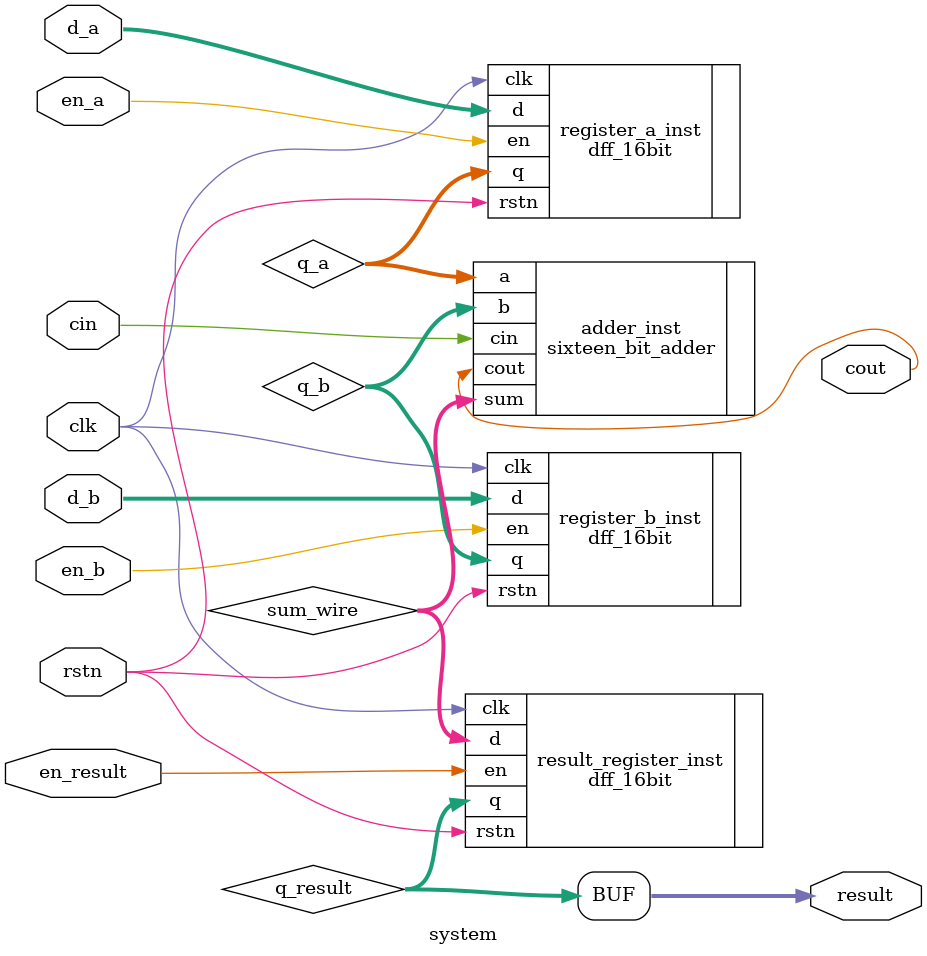
<source format=v>
module system (
    // 寄存器输入端口
    input      [15:0] d_a,      // 操作数A输入
    input      [15:0] d_b,      // 操作数B输入
    input             clk,
    input             rstn,
    input             en_a,      // A寄存器使能
    input             en_b,      // B寄存器使能
    input             en_result, // 新增：结果寄存器使能
    
    // 加法器其他输入端口
    input             cin,
    
    // 系统输出端口
    output     [15:0] result,    // 改为：存储的结果输出
    output            cout
);
    
    // 内部连线
    wire [15:0] q_a;      // 寄存器A输出
    wire [15:0] q_b;      // 寄存器B输出
    wire [15:0] sum_wire; // 加法器直接输出
    wire [15:0] q_result; // 结果寄存器输出
    
    // 1. 实例化第一个16位寄存器（操作数A）
    dff_16bit register_a_inst (
        .d   (d_a),
        .clk (clk),
        .rstn(rstn),
        .en  (en_a),
        .q   (q_a)
    );
    
    // 2. 实例化第二个16位寄存器（操作数B）
    dff_16bit register_b_inst (
        .d   (d_b),
        .clk (clk),
        .rstn(rstn),
        .en  (en_b),
        .q   (q_b)
    );
    
    // 3. 实例化16位加法器
    sixteen_bit_adder adder_inst (
        .a   (q_a),
        .b   (q_b),
        .cin (cin),
        .sum (sum_wire),      // 连接到中间线
        .cout(cout)
    );
    
    // 4. 实例化第三个16位寄存器（存储结果）
    dff_16bit result_register_inst (
        .d   (sum_wire),      // 输入来自加法器输出
        .clk (clk),
        .rstn(rstn),
        .en  (en_result),     // 专门的控制信号
        .q   (q_result)       // 存储的结果
    );
    
    // 5. 输出存储的结果
    assign result = q_result;
    
endmodule
</source>
